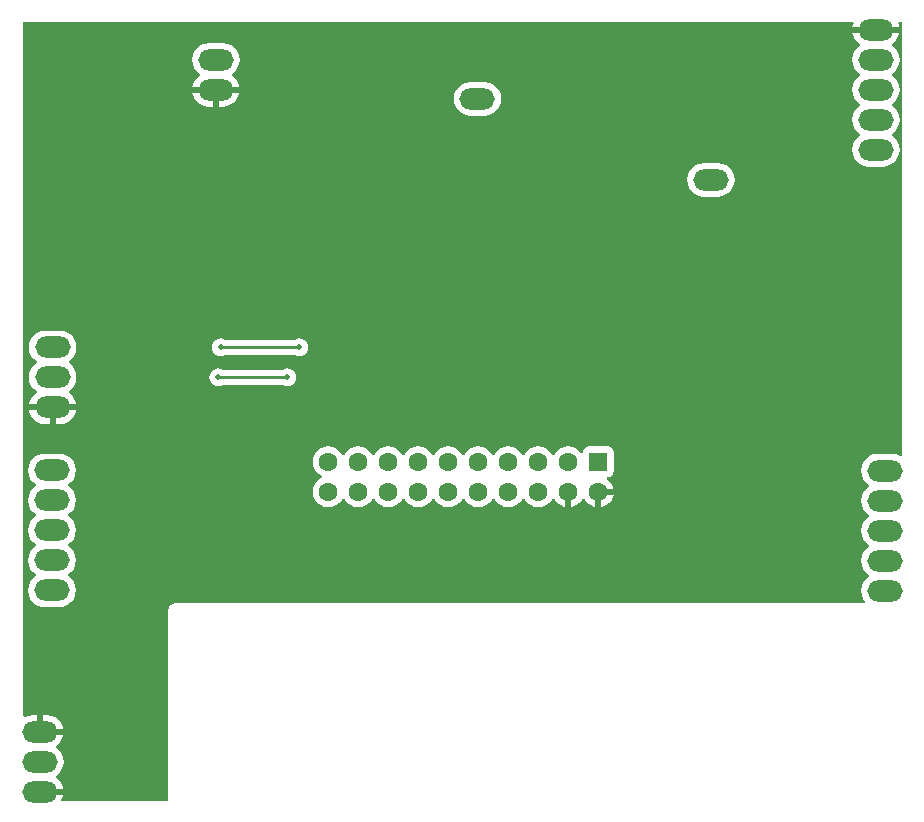
<source format=gbl>
G04*
G04 #@! TF.GenerationSoftware,Altium Limited,Altium Designer,18.1.8 (232)*
G04*
G04 Layer_Physical_Order=2*
G04 Layer_Color=16711680*
%FSLAX25Y25*%
%MOIN*%
G70*
G01*
G75*
%ADD24C,0.01000*%
%ADD26O,0.11811X0.07087*%
%ADD27R,0.06299X0.06299*%
%ADD28C,0.06299*%
%ADD29C,0.01968*%
G36*
X295206Y117543D02*
X294758Y117322D01*
X294670Y117389D01*
X293322Y117948D01*
X291875Y118138D01*
X287150D01*
X285703Y117948D01*
X284355Y117389D01*
X283197Y116501D01*
X282308Y115343D01*
X281750Y113994D01*
X281559Y112547D01*
X281750Y111100D01*
X282308Y109751D01*
X283197Y108594D01*
X284164Y107851D01*
X284198Y107769D01*
Y107325D01*
X284164Y107243D01*
X283197Y106501D01*
X282308Y105343D01*
X281750Y103994D01*
X281559Y102547D01*
X281750Y101100D01*
X282308Y99752D01*
X283197Y98594D01*
X284164Y97851D01*
X284198Y97769D01*
Y97325D01*
X284164Y97243D01*
X283197Y96501D01*
X282308Y95343D01*
X281750Y93994D01*
X281559Y92547D01*
X281750Y91100D01*
X282308Y89751D01*
X283197Y88594D01*
X284164Y87851D01*
X284198Y87769D01*
Y87325D01*
X284164Y87243D01*
X283197Y86501D01*
X282308Y85343D01*
X281750Y83994D01*
X281559Y82547D01*
X281750Y81100D01*
X282308Y79751D01*
X283197Y78594D01*
X284164Y77851D01*
X284198Y77769D01*
Y77325D01*
X284164Y77243D01*
X283197Y76501D01*
X282308Y75343D01*
X281750Y73994D01*
X281559Y72547D01*
X281750Y71100D01*
X282308Y69752D01*
X283043Y68794D01*
X282796Y68294D01*
X53000Y68294D01*
X52122Y68119D01*
X51378Y67622D01*
X50881Y66878D01*
X50706Y66000D01*
X50706Y2294D01*
X15247Y2294D01*
X15041Y2794D01*
X15563Y4053D01*
X15622Y4500D01*
X7800D01*
Y6500D01*
X15622D01*
X15563Y6947D01*
X15004Y8296D01*
X14116Y9454D01*
X13149Y10196D01*
X13115Y10278D01*
Y10722D01*
X13149Y10804D01*
X14116Y11547D01*
X15004Y12705D01*
X15563Y14053D01*
X15753Y15500D01*
X15563Y16947D01*
X15004Y18296D01*
X14116Y19454D01*
X13149Y20196D01*
X13115Y20278D01*
X13115Y20722D01*
X13149Y20804D01*
X14116Y21546D01*
X15004Y22704D01*
X15563Y24053D01*
X15622Y24500D01*
X7800D01*
Y25500D01*
X6800D01*
Y31091D01*
X5438D01*
X3991Y30901D01*
X2794Y30405D01*
X2294Y30647D01*
Y262206D01*
X278809Y262206D01*
X279086Y261790D01*
X278737Y260947D01*
X278678Y260500D01*
X286500D01*
X294322D01*
X294263Y260947D01*
X293914Y261790D01*
X294191Y262206D01*
X295206D01*
X295206Y117543D01*
D02*
G37*
%LPC*%
G36*
X68862Y255091D02*
X64138D01*
X62691Y254901D01*
X61342Y254342D01*
X60184Y253453D01*
X59296Y252296D01*
X58737Y250947D01*
X58547Y249500D01*
X58737Y248053D01*
X59296Y246705D01*
X60184Y245547D01*
X61151Y244804D01*
X61185Y244722D01*
Y244278D01*
X61151Y244196D01*
X60184Y243454D01*
X59296Y242296D01*
X58737Y240947D01*
X58678Y240500D01*
X66500D01*
X74322D01*
X74263Y240947D01*
X73704Y242296D01*
X72816Y243454D01*
X71848Y244196D01*
X71815Y244278D01*
Y244722D01*
X71848Y244804D01*
X72816Y245547D01*
X73704Y246705D01*
X74263Y248053D01*
X74453Y249500D01*
X74263Y250947D01*
X73704Y252296D01*
X72816Y253453D01*
X71658Y254342D01*
X70309Y254901D01*
X68862Y255091D01*
D02*
G37*
G36*
X74322Y238500D02*
X67500D01*
Y233909D01*
X68862D01*
X70309Y234099D01*
X71658Y234658D01*
X72816Y235546D01*
X73704Y236704D01*
X74263Y238053D01*
X74322Y238500D01*
D02*
G37*
G36*
X65500D02*
X58678D01*
X58737Y238053D01*
X59296Y236704D01*
X60184Y235546D01*
X61342Y234658D01*
X62691Y234099D01*
X64138Y233909D01*
X65500D01*
Y238500D01*
D02*
G37*
G36*
X156069Y242091D02*
X151345D01*
X149898Y241901D01*
X148549Y241342D01*
X147391Y240454D01*
X146503Y239296D01*
X145944Y237947D01*
X145754Y236500D01*
X145944Y235053D01*
X146503Y233704D01*
X147391Y232546D01*
X148549Y231658D01*
X149898Y231099D01*
X151345Y230909D01*
X156069D01*
X157517Y231099D01*
X158865Y231658D01*
X160023Y232546D01*
X160911Y233704D01*
X161470Y235053D01*
X161661Y236500D01*
X161470Y237947D01*
X160911Y239296D01*
X160023Y240454D01*
X158865Y241342D01*
X157517Y241901D01*
X156069Y242091D01*
D02*
G37*
G36*
X294322Y258500D02*
X286500D01*
X278678D01*
X278737Y258053D01*
X279296Y256704D01*
X280184Y255546D01*
X281152Y254804D01*
X281185Y254722D01*
Y254278D01*
X281152Y254196D01*
X280184Y253453D01*
X279296Y252296D01*
X278737Y250947D01*
X278547Y249500D01*
X278737Y248053D01*
X279296Y246705D01*
X280184Y245547D01*
X281152Y244804D01*
X281185Y244722D01*
Y244278D01*
X281152Y244196D01*
X280184Y243454D01*
X279296Y242296D01*
X278737Y240947D01*
X278547Y239500D01*
X278737Y238053D01*
X279296Y236704D01*
X280184Y235546D01*
X281152Y234804D01*
X281185Y234722D01*
Y234278D01*
X281152Y234196D01*
X280184Y233453D01*
X279296Y232296D01*
X278737Y230947D01*
X278547Y229500D01*
X278737Y228053D01*
X279296Y226705D01*
X280184Y225547D01*
X281152Y224804D01*
X281185Y224722D01*
Y224278D01*
X281152Y224196D01*
X280184Y223453D01*
X279296Y222296D01*
X278737Y220947D01*
X278547Y219500D01*
X278737Y218053D01*
X279296Y216705D01*
X280184Y215546D01*
X281342Y214658D01*
X282691Y214099D01*
X284138Y213909D01*
X288862D01*
X290309Y214099D01*
X291658Y214658D01*
X292816Y215546D01*
X293704Y216705D01*
X294263Y218053D01*
X294453Y219500D01*
X294263Y220947D01*
X293704Y222296D01*
X292816Y223453D01*
X291848Y224196D01*
X291815Y224278D01*
Y224722D01*
X291848Y224804D01*
X292816Y225547D01*
X293704Y226705D01*
X294263Y228053D01*
X294453Y229500D01*
X294263Y230947D01*
X293704Y232296D01*
X292816Y233453D01*
X291848Y234196D01*
X291815Y234278D01*
Y234722D01*
X291848Y234804D01*
X292816Y235546D01*
X293704Y236704D01*
X294263Y238053D01*
X294453Y239500D01*
X294263Y240947D01*
X293704Y242296D01*
X292816Y243454D01*
X291848Y244196D01*
X291815Y244278D01*
Y244722D01*
X291848Y244804D01*
X292816Y245547D01*
X293704Y246705D01*
X294263Y248053D01*
X294453Y249500D01*
X294263Y250947D01*
X293704Y252296D01*
X292816Y253453D01*
X291848Y254196D01*
X291815Y254278D01*
Y254722D01*
X291848Y254804D01*
X292816Y255546D01*
X293704Y256704D01*
X294263Y258053D01*
X294322Y258500D01*
D02*
G37*
G36*
X233862Y215091D02*
X229138D01*
X227691Y214901D01*
X226342Y214342D01*
X225184Y213454D01*
X224296Y212296D01*
X223737Y210947D01*
X223547Y209500D01*
X223737Y208053D01*
X224296Y206704D01*
X225184Y205546D01*
X226342Y204658D01*
X227691Y204099D01*
X229138Y203909D01*
X233862D01*
X235309Y204099D01*
X236658Y204658D01*
X237816Y205546D01*
X238704Y206704D01*
X239263Y208053D01*
X239453Y209500D01*
X239263Y210947D01*
X238704Y212296D01*
X237816Y213454D01*
X236658Y214342D01*
X235309Y214901D01*
X233862Y215091D01*
D02*
G37*
G36*
X94360Y156650D02*
X93581Y156547D01*
X92855Y156247D01*
X92780Y156189D01*
X69720D01*
X69645Y156247D01*
X68919Y156547D01*
X68140Y156650D01*
X67361Y156547D01*
X66635Y156247D01*
X66012Y155768D01*
X65533Y155145D01*
X65233Y154419D01*
X65130Y153640D01*
X65233Y152861D01*
X65533Y152135D01*
X66012Y151512D01*
X66635Y151033D01*
X67361Y150733D01*
X68140Y150630D01*
X68919Y150733D01*
X69645Y151033D01*
X69720Y151091D01*
X92780D01*
X92855Y151033D01*
X93581Y150733D01*
X94360Y150630D01*
X95139Y150733D01*
X95865Y151033D01*
X96488Y151512D01*
X96967Y152135D01*
X97267Y152861D01*
X97370Y153640D01*
X97267Y154419D01*
X96967Y155145D01*
X96488Y155768D01*
X95865Y156247D01*
X95139Y156547D01*
X94360Y156650D01*
D02*
G37*
G36*
X90360Y146650D02*
X89581Y146547D01*
X88855Y146247D01*
X88780Y146189D01*
X68940D01*
X68865Y146247D01*
X68139Y146547D01*
X67360Y146650D01*
X66581Y146547D01*
X65855Y146247D01*
X65232Y145768D01*
X64753Y145145D01*
X64453Y144419D01*
X64350Y143640D01*
X64453Y142861D01*
X64753Y142135D01*
X65232Y141512D01*
X65855Y141033D01*
X66581Y140733D01*
X67360Y140630D01*
X68139Y140733D01*
X68865Y141033D01*
X68940Y141091D01*
X88780D01*
X88855Y141033D01*
X89581Y140733D01*
X90360Y140630D01*
X91139Y140733D01*
X91865Y141033D01*
X92488Y141512D01*
X92967Y142135D01*
X93267Y142861D01*
X93370Y143640D01*
X93267Y144419D01*
X92967Y145145D01*
X92488Y145768D01*
X91865Y146247D01*
X91139Y146547D01*
X90360Y146650D01*
D02*
G37*
G36*
X14462Y159231D02*
X9738D01*
X8291Y159041D01*
X6942Y158482D01*
X5784Y157594D01*
X4896Y156436D01*
X4337Y155087D01*
X4147Y153640D01*
X4337Y152193D01*
X4896Y150845D01*
X5784Y149687D01*
X6752Y148944D01*
X6785Y148862D01*
X6785Y148418D01*
X6752Y148336D01*
X5784Y147594D01*
X4896Y146436D01*
X4337Y145087D01*
X4147Y143640D01*
X4337Y142193D01*
X4896Y140845D01*
X5784Y139687D01*
X6752Y138944D01*
X6785Y138862D01*
Y138418D01*
X6752Y138336D01*
X5784Y137594D01*
X4896Y136436D01*
X4337Y135087D01*
X4278Y134640D01*
X12100D01*
X19922D01*
X19863Y135087D01*
X19304Y136436D01*
X18416Y137594D01*
X17448Y138336D01*
X17415Y138418D01*
Y138862D01*
X17448Y138944D01*
X18416Y139687D01*
X19304Y140845D01*
X19863Y142193D01*
X20053Y143640D01*
X19863Y145087D01*
X19304Y146436D01*
X18416Y147594D01*
X17448Y148336D01*
X17415Y148418D01*
X17415Y148862D01*
X17448Y148944D01*
X18416Y149687D01*
X19304Y150845D01*
X19863Y152193D01*
X20053Y153640D01*
X19863Y155087D01*
X19304Y156436D01*
X18416Y157594D01*
X17258Y158482D01*
X15909Y159041D01*
X14462Y159231D01*
D02*
G37*
G36*
X19922Y132640D02*
X13100D01*
Y128049D01*
X14462D01*
X15909Y128239D01*
X17258Y128798D01*
X18416Y129686D01*
X19304Y130844D01*
X19863Y132193D01*
X19922Y132640D01*
D02*
G37*
G36*
X11100D02*
X4278D01*
X4337Y132193D01*
X4896Y130844D01*
X5784Y129686D01*
X6942Y128798D01*
X8291Y128239D01*
X9738Y128049D01*
X11100D01*
Y132640D01*
D02*
G37*
G36*
X184000Y120694D02*
X182656Y120517D01*
X181403Y119998D01*
X180327Y119173D01*
X179502Y118097D01*
X179250Y117489D01*
X178750D01*
X178498Y118097D01*
X177673Y119173D01*
X176597Y119998D01*
X175344Y120517D01*
X174000Y120694D01*
X172656Y120517D01*
X171403Y119998D01*
X170327Y119173D01*
X169502Y118097D01*
X169250Y117489D01*
X168750D01*
X168498Y118097D01*
X167673Y119173D01*
X166597Y119998D01*
X165344Y120517D01*
X164000Y120694D01*
X162656Y120517D01*
X161403Y119998D01*
X160327Y119173D01*
X159502Y118097D01*
X159250Y117489D01*
X158750D01*
X158498Y118097D01*
X157673Y119173D01*
X156597Y119998D01*
X155344Y120517D01*
X154000Y120694D01*
X152656Y120517D01*
X151403Y119998D01*
X150327Y119173D01*
X149502Y118097D01*
X149250Y117489D01*
X148750D01*
X148498Y118097D01*
X147673Y119173D01*
X146597Y119998D01*
X145344Y120517D01*
X144000Y120694D01*
X142656Y120517D01*
X141403Y119998D01*
X140327Y119173D01*
X139502Y118097D01*
X139250Y117489D01*
X138750D01*
X138498Y118097D01*
X137673Y119173D01*
X136597Y119998D01*
X135344Y120517D01*
X134000Y120694D01*
X132656Y120517D01*
X131403Y119998D01*
X130327Y119173D01*
X129502Y118097D01*
X129250Y117489D01*
X128750D01*
X128498Y118097D01*
X127673Y119173D01*
X126597Y119998D01*
X125344Y120517D01*
X124000Y120694D01*
X122656Y120517D01*
X121403Y119998D01*
X120327Y119173D01*
X119502Y118097D01*
X119250Y117489D01*
X118750D01*
X118498Y118097D01*
X117673Y119173D01*
X116597Y119998D01*
X115344Y120517D01*
X114000Y120694D01*
X112656Y120517D01*
X111403Y119998D01*
X110327Y119173D01*
X109502Y118097D01*
X109250Y117489D01*
X108750D01*
X108498Y118097D01*
X107673Y119173D01*
X106597Y119998D01*
X105344Y120517D01*
X104000Y120694D01*
X102656Y120517D01*
X101403Y119998D01*
X100327Y119173D01*
X99502Y118097D01*
X98983Y116844D01*
X98806Y115500D01*
X98983Y114156D01*
X99502Y112903D01*
X100327Y111827D01*
X101403Y111002D01*
X102011Y110750D01*
Y110250D01*
X101403Y109998D01*
X100327Y109173D01*
X99502Y108097D01*
X98983Y106844D01*
X98806Y105500D01*
X98983Y104156D01*
X99502Y102903D01*
X100327Y101827D01*
X101403Y101002D01*
X102656Y100483D01*
X104000Y100306D01*
X105344Y100483D01*
X106597Y101002D01*
X107673Y101827D01*
X108498Y102903D01*
X108750Y103511D01*
X109250D01*
X109502Y102903D01*
X110327Y101827D01*
X111403Y101002D01*
X112656Y100483D01*
X114000Y100306D01*
X115344Y100483D01*
X116597Y101002D01*
X117673Y101827D01*
X118498Y102903D01*
X118750Y103511D01*
X119250D01*
X119502Y102903D01*
X120327Y101827D01*
X121403Y101002D01*
X122656Y100483D01*
X124000Y100306D01*
X125344Y100483D01*
X126597Y101002D01*
X127673Y101827D01*
X128498Y102903D01*
X128750Y103511D01*
X129250D01*
X129502Y102903D01*
X130327Y101827D01*
X131403Y101002D01*
X132656Y100483D01*
X134000Y100306D01*
X135344Y100483D01*
X136597Y101002D01*
X137673Y101827D01*
X138498Y102903D01*
X138750Y103511D01*
X139250D01*
X139502Y102903D01*
X140327Y101827D01*
X141403Y101002D01*
X142656Y100483D01*
X144000Y100306D01*
X145344Y100483D01*
X146597Y101002D01*
X147673Y101827D01*
X148498Y102903D01*
X148750Y103511D01*
X149250D01*
X149502Y102903D01*
X150327Y101827D01*
X151403Y101002D01*
X152656Y100483D01*
X154000Y100306D01*
X155344Y100483D01*
X156597Y101002D01*
X157673Y101827D01*
X158498Y102903D01*
X158750Y103511D01*
X159250D01*
X159502Y102903D01*
X160327Y101827D01*
X161403Y101002D01*
X162656Y100483D01*
X164000Y100306D01*
X165344Y100483D01*
X166597Y101002D01*
X167673Y101827D01*
X168498Y102903D01*
X168750Y103511D01*
X169250D01*
X169502Y102903D01*
X170327Y101827D01*
X171403Y101002D01*
X172656Y100483D01*
X174000Y100306D01*
X175344Y100483D01*
X176597Y101002D01*
X177673Y101827D01*
X178498Y102903D01*
X178750Y103511D01*
X179250D01*
X179502Y102903D01*
X180327Y101827D01*
X181403Y101002D01*
X182656Y100483D01*
X183000Y100438D01*
Y105500D01*
X185000D01*
Y100438D01*
X185344Y100483D01*
X186597Y101002D01*
X187673Y101827D01*
X188498Y102903D01*
X188750Y103511D01*
X189250D01*
X189502Y102903D01*
X190327Y101827D01*
X191403Y101002D01*
X192656Y100483D01*
X193000Y100438D01*
Y105500D01*
X194000D01*
Y106500D01*
X199062D01*
X199017Y106844D01*
X198498Y108097D01*
X197673Y109173D01*
X196841Y109811D01*
X197010Y110311D01*
X197150D01*
X197930Y110467D01*
X198591Y110908D01*
X199034Y111570D01*
X199189Y112350D01*
Y118650D01*
X199034Y119430D01*
X198591Y120091D01*
X197930Y120534D01*
X197150Y120689D01*
X190850D01*
X190070Y120534D01*
X189409Y120091D01*
X188967Y119430D01*
X188811Y118650D01*
Y118510D01*
X188311Y118341D01*
X187673Y119173D01*
X186597Y119998D01*
X185344Y120517D01*
X184000Y120694D01*
D02*
G37*
G36*
X199062Y104500D02*
X195000D01*
Y100438D01*
X195344Y100483D01*
X196597Y101002D01*
X197673Y101827D01*
X198498Y102903D01*
X199017Y104156D01*
X199062Y104500D01*
D02*
G37*
G36*
X14236Y118249D02*
X9511D01*
X8064Y118058D01*
X6716Y117500D01*
X5558Y116611D01*
X4669Y115453D01*
X4110Y114105D01*
X3920Y112657D01*
X4110Y111210D01*
X4669Y109862D01*
X5558Y108704D01*
X6525Y107962D01*
X6559Y107880D01*
X6559Y107435D01*
X6525Y107353D01*
X5558Y106611D01*
X4669Y105453D01*
X4110Y104105D01*
X3920Y102657D01*
X4110Y101210D01*
X4669Y99862D01*
X5558Y98704D01*
X6525Y97962D01*
X6559Y97880D01*
Y97435D01*
X6525Y97353D01*
X5558Y96611D01*
X4669Y95453D01*
X4110Y94105D01*
X3920Y92658D01*
X4110Y91210D01*
X4669Y89862D01*
X5558Y88704D01*
X6525Y87962D01*
X6559Y87880D01*
Y87435D01*
X6525Y87353D01*
X5558Y86611D01*
X4669Y85453D01*
X4110Y84105D01*
X3920Y82657D01*
X4110Y81210D01*
X4669Y79862D01*
X5558Y78704D01*
X6525Y77962D01*
X6559Y77880D01*
X6559Y77435D01*
X6525Y77353D01*
X5558Y76611D01*
X4669Y75453D01*
X4110Y74105D01*
X3920Y72658D01*
X4110Y71210D01*
X4669Y69862D01*
X5558Y68704D01*
X6716Y67815D01*
X8064Y67257D01*
X9511Y67066D01*
X14236D01*
X15683Y67257D01*
X17031Y67815D01*
X18189Y68704D01*
X19078Y69862D01*
X19636Y71210D01*
X19827Y72658D01*
X19636Y74105D01*
X19078Y75453D01*
X18189Y76611D01*
X17222Y77353D01*
X17188Y77435D01*
X17188Y77880D01*
X17222Y77962D01*
X18189Y78704D01*
X19078Y79862D01*
X19636Y81210D01*
X19827Y82657D01*
X19636Y84105D01*
X19078Y85453D01*
X18189Y86611D01*
X17222Y87353D01*
X17188Y87435D01*
Y87880D01*
X17222Y87962D01*
X18189Y88704D01*
X19078Y89862D01*
X19636Y91210D01*
X19827Y92658D01*
X19636Y94105D01*
X19078Y95453D01*
X18189Y96611D01*
X17222Y97353D01*
X17188Y97435D01*
Y97880D01*
X17222Y97962D01*
X18189Y98704D01*
X19078Y99862D01*
X19636Y101210D01*
X19827Y102657D01*
X19636Y104105D01*
X19078Y105453D01*
X18189Y106611D01*
X17222Y107353D01*
X17188Y107435D01*
X17188Y107880D01*
X17222Y107962D01*
X18189Y108704D01*
X19078Y109862D01*
X19636Y111210D01*
X19827Y112657D01*
X19636Y114105D01*
X19078Y115453D01*
X18189Y116611D01*
X17031Y117500D01*
X15683Y118058D01*
X14236Y118249D01*
D02*
G37*
G36*
X10162Y31091D02*
X8800D01*
Y26500D01*
X15622D01*
X15563Y26947D01*
X15004Y28296D01*
X14116Y29454D01*
X12958Y30342D01*
X11609Y30901D01*
X10162Y31091D01*
D02*
G37*
%LPD*%
D24*
X68140Y153640D02*
X94360D01*
X67360Y143640D02*
X90360D01*
D26*
X66500Y239500D02*
D03*
X153707Y236500D02*
D03*
X231500Y209500D02*
D03*
X66500Y249500D02*
D03*
X7800Y25500D02*
D03*
Y5500D02*
D03*
Y15500D02*
D03*
X289513Y82547D02*
D03*
Y92547D02*
D03*
Y102547D02*
D03*
Y112547D02*
D03*
X289513Y72547D02*
D03*
X286500Y239500D02*
D03*
Y259500D02*
D03*
Y249500D02*
D03*
Y229500D02*
D03*
Y219500D02*
D03*
X12100Y133640D02*
D03*
Y143640D02*
D03*
Y153640D02*
D03*
X11873Y82657D02*
D03*
X11873Y102657D02*
D03*
X11873Y112657D02*
D03*
Y72658D02*
D03*
Y92658D02*
D03*
D27*
X194000Y115500D02*
D03*
D28*
X184000D02*
D03*
X174000D02*
D03*
X164000D02*
D03*
X154000D02*
D03*
X144000D02*
D03*
X134000D02*
D03*
X124000D02*
D03*
X114000D02*
D03*
X104000D02*
D03*
X194000Y105500D02*
D03*
X184000D02*
D03*
X174000D02*
D03*
X164000D02*
D03*
X154000D02*
D03*
X144000D02*
D03*
X134000D02*
D03*
X124000D02*
D03*
X114000D02*
D03*
X104000D02*
D03*
D29*
X68140Y153640D02*
D03*
X67360Y143640D02*
D03*
X94360Y153640D02*
D03*
X90360Y143640D02*
D03*
X16256Y19980D02*
D03*
X26098Y39665D02*
D03*
X16256Y59350D02*
D03*
X26098Y79036D02*
D03*
Y118405D02*
D03*
Y157776D02*
D03*
X16256Y177461D02*
D03*
X26098Y197146D02*
D03*
X16256Y216831D02*
D03*
X26098Y236516D02*
D03*
X45783Y39665D02*
D03*
X35941Y59350D02*
D03*
X45783Y79036D02*
D03*
X35941Y98721D02*
D03*
X45783Y118405D02*
D03*
X35941Y138091D02*
D03*
X45783Y157776D02*
D03*
X35941Y177461D02*
D03*
X45783Y197146D02*
D03*
X35941Y216831D02*
D03*
X45783Y236516D02*
D03*
X65469Y79036D02*
D03*
X55626Y98721D02*
D03*
X65469Y118405D02*
D03*
X55626Y138091D02*
D03*
X65469Y157776D02*
D03*
X55626Y177461D02*
D03*
X65469Y197146D02*
D03*
X55626Y216831D02*
D03*
X75311Y98721D02*
D03*
Y138091D02*
D03*
Y177461D02*
D03*
Y216831D02*
D03*
X94996Y98721D02*
D03*
Y138091D02*
D03*
X104839Y157776D02*
D03*
X94996Y177461D02*
D03*
X104839Y197146D02*
D03*
X94996Y216831D02*
D03*
X104839Y236516D02*
D03*
X114681Y98721D02*
D03*
X124524Y157776D02*
D03*
X114681Y177461D02*
D03*
X124524Y197146D02*
D03*
X114681Y216831D02*
D03*
X124524Y236516D02*
D03*
X134366Y98721D02*
D03*
Y138091D02*
D03*
X144209Y157776D02*
D03*
X134366Y177461D02*
D03*
X144209Y197146D02*
D03*
X134366Y216831D02*
D03*
X144209Y236516D02*
D03*
X154051Y98721D02*
D03*
X173736D02*
D03*
Y138091D02*
D03*
X183579Y157776D02*
D03*
X173736Y177461D02*
D03*
X183579Y197146D02*
D03*
X173736Y216831D02*
D03*
X183579Y236516D02*
D03*
X193421Y98721D02*
D03*
Y138091D02*
D03*
X203264Y157776D02*
D03*
X193421Y177461D02*
D03*
X203264Y197146D02*
D03*
X193421Y216831D02*
D03*
X203264Y236516D02*
D03*
X222949Y79036D02*
D03*
X213106Y98721D02*
D03*
X222949Y118405D02*
D03*
X213106Y138091D02*
D03*
X222949Y157776D02*
D03*
X213106Y177461D02*
D03*
X222949Y197146D02*
D03*
X213106Y216831D02*
D03*
X222949Y236516D02*
D03*
X242634Y79036D02*
D03*
X232791Y98721D02*
D03*
X242634Y118405D02*
D03*
X232791Y138091D02*
D03*
X242634Y157776D02*
D03*
X232791Y177461D02*
D03*
X242634Y197146D02*
D03*
X232791Y216831D02*
D03*
X242634Y236516D02*
D03*
X262319Y79036D02*
D03*
X252476Y98721D02*
D03*
X262319Y118405D02*
D03*
X252476Y138091D02*
D03*
X262319Y157776D02*
D03*
X252476Y177461D02*
D03*
X262319Y197146D02*
D03*
X252476Y216831D02*
D03*
X262319Y236516D02*
D03*
X272162Y98721D02*
D03*
X282004Y118405D02*
D03*
X272162Y138091D02*
D03*
X282004Y157776D02*
D03*
X272162Y177461D02*
D03*
X282004Y197146D02*
D03*
X272162Y216831D02*
D03*
X25500Y28500D02*
D03*
X30000D02*
D03*
X34500D02*
D03*
X39500D02*
D03*
X43500Y28000D02*
D03*
X46500Y26500D02*
D03*
X48500Y23000D02*
D03*
X49000Y19000D02*
D03*
Y15500D02*
D03*
Y10500D02*
D03*
Y6500D02*
D03*
X45500Y4000D02*
D03*
X40500D02*
D03*
X34000D02*
D03*
X30000Y4500D02*
D03*
X26500Y8000D02*
D03*
X23500Y10500D02*
D03*
X24000Y23500D02*
D03*
X22500Y26500D02*
D03*
M02*

</source>
